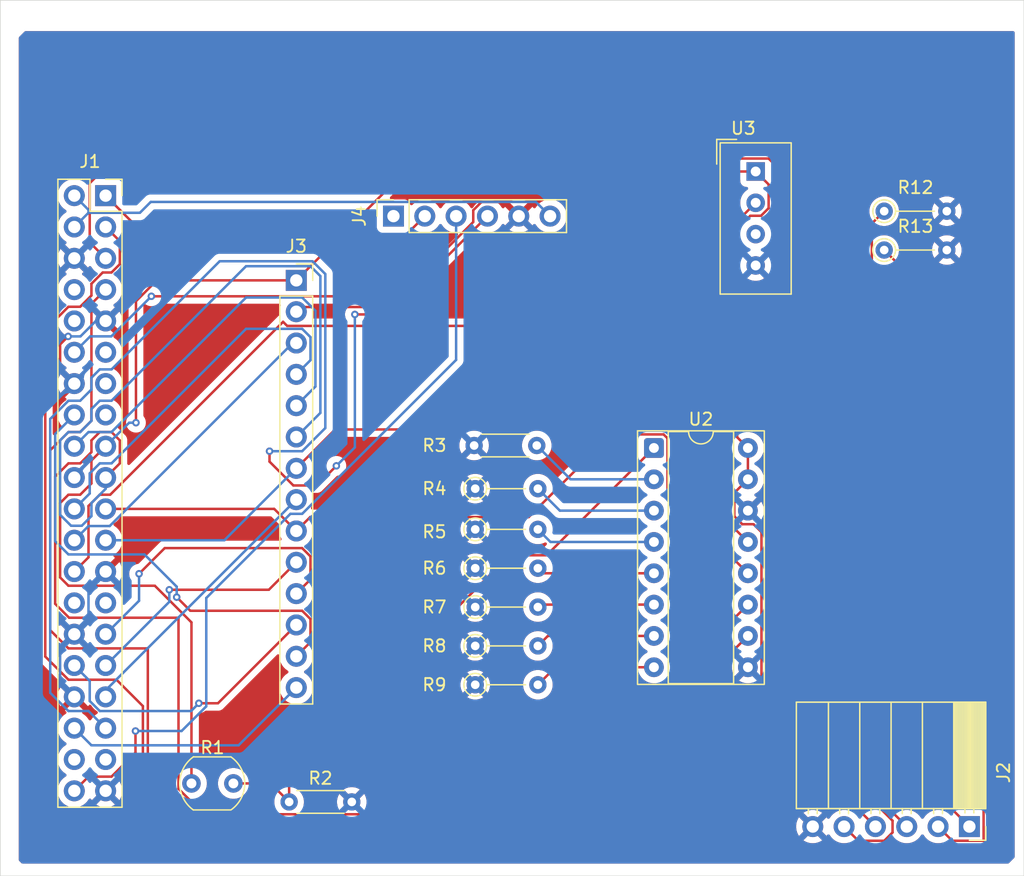
<source format=kicad_pcb>
(kicad_pcb (version 20241229) (generator "pcbnew") (generator_version "9.0")
  (layers (0 "F.Cu" signal) (2 "B.Cu" signal) (13 "F.Paste" user) (15 "B.Paste" user) (5 "F.SilkS" user "F.Silkscreen") (7 "B.SilkS" user "B.Silkscreen") (1 "F.Mask" user) (3 "B.Mask" user) (25 "Edge.Cuts" user))
  (net 0 "")
  (net 1 "GND")
  (net 2 "Net-(J1-SCLK0{slash}GPIO11)")
  (net 3 "Net-(J1-GCLK0{slash}GPIO4)")
  (net 7 "Net-(J1-PWM0{slash}GPIO12)")
  (net 8 "Net-(J1-GPIO16)")
  (net 9 "+5V")
  (net 10 "Net-(J1-GPIO24)")
  (net 11 "+3.3V")
  (net 12 "Net-(J1-~{CE0}{slash}GPIO8)")
  (net 13 "Net-(J1-GPIO18{slash}PWM0)")
  (net 16 "Net-(J1-GCLK1{slash}GPIO5)")
  (net 17 "Net-(J1-MISO0{slash}GPIO9)")
  (net 18 "Net-(J1-SCL{slash}GPIO3)")
  (net 19 "Net-(J1-GPIO23)")
  (net 22 "Net-(J1-GPIO21{slash}SCLK1)")
  (net 23 "Net-(J1-GPIO19{slash}MISO1)")
  (net 24 "Net-(J1-GCLK2{slash}GPIO6)")
  (net 25 "Net-(J1-PWM1{slash}GPIO13)")
  (net 26 "Net-(J1-GPIO25)")
  (net 28 "Net-(J1-MOSI0{slash}GPIO10)")
  (net 30 "Net-(J1-SDA{slash}GPIO2)")
  (net 31 "Net-(U2-CH0)")
  (net 32 "Net-(U2-CH1)")
  (net 33 "Net-(U2-CH2)")
  (net 34 "Net-(U2-CH3)")
  (net 35 "Net-(U2-CH4)")
  (net 36 "Net-(U2-CH5)")
  (net 37 "Net-(U2-CH6)")
  (net 38 "Net-(U2-CH7)")
  (net 39 "Net-(J1-~{CE1}{slash}GPIO7)")
  (net 42 "Net-(J2-SQW)")
  (net 43 "Net-(J2-32K)")
  (footprint "Connector_PinSocket_2.54mm:PinSocket_1x14_P2.54mm_Vertical" (layer "F.Cu") (at 62.5 88.71)
    (property "Reference" "J3" (at 0 -2.77 0) (layer "F.SilkS"))
    (property "Value" "ILI9488 SPI TFT touchscreen")
    (pad "1" thru_hole rect (at 0 0) (size 1.7 1.7) (drill 1) (layers "*.Cu" "*.Mask") (net 11 "+3.3V"))
    (pad "2" thru_hole circle (at 0 2.54) (size 1.7 1.7) (drill 1) (layers "*.Cu" "*.Mask") (net 1 "GND"))
    (pad "3" thru_hole circle (at 0 5.08) (size 1.7 1.7) (drill 1) (layers "*.Cu" "*.Mask") (net 12 "Net-(J1-~{CE0}{slash}GPIO8)"))
    (pad "4" thru_hole circle (at 0 7.62) (size 1.7 1.7) (drill 1) (layers "*.Cu" "*.Mask") (net 26 "Net-(J1-GPIO25)"))
    (pad "5" thru_hole circle (at 0 10.16) (size 1.7 1.7) (drill 1) (layers "*.Cu" "*.Mask") (net 10 "Net-(J1-GPIO24)"))
    (pad "6" thru_hole circle (at 0 12.7) (size 1.7 1.7) (drill 1) (layers "*.Cu" "*.Mask") (net 28 "Net-(J1-MOSI0{slash}GPIO10)"))
    (pad "7" thru_hole circle (at 0 15.24) (size 1.7 1.7) (drill 1) (layers "*.Cu" "*.Mask") (net 2 "Net-(J1-SCLK0{slash}GPIO11)"))
    (pad "8" thru_hole circle (at 0 17.78) (size 1.7 1.7) (drill 1) (layers "*.Cu" "*.Mask") (net 25 "Net-(J1-PWM1{slash}GPIO13)"))
    (pad "9" thru_hole circle (at 0 20.32) (size 1.7 1.7) (drill 1) (layers "*.Cu" "*.Mask") (net 17 "Net-(J1-MISO0{slash}GPIO9)"))
    (pad "10" thru_hole circle (at 0 22.86) (size 1.7 1.7) (drill 1) (layers "*.Cu" "*.Mask") (net 24 "Net-(J1-GCLK2{slash}GPIO6)"))
    (pad "11" thru_hole circle (at 0 25.4) (size 1.7 1.7) (drill 1) (layers "*.Cu" "*.Mask") (net 16 "Net-(J1-GCLK1{slash}GPIO5)"))
    (pad "12" thru_hole circle (at 0 27.94) (size 1.7 1.7) (drill 1) (layers "*.Cu" "*.Mask") (net 7 "Net-(J1-PWM0{slash}GPIO12)"))
    (pad "13" thru_hole circle (at 0 30.48) (size 1.7 1.7) (drill 1) (layers "*.Cu" "*.Mask") (net 19 "Net-(J1-GPIO23)"))
    (pad "14" thru_hole circle (at 0 33.02) (size 1.7 1.7) (drill 1) (layers "*.Cu" "*.Mask") (net 8 "Net-(J1-GPIO16)"))
  )
  (footprint "Resistor_THT:R_Axial_DIN0204_L3.6mm_D1.6mm_P5.08mm_Vertical" (layer "F.Cu") (at 77.01 121.5)
    (property "Reference" "R9" (at -3.31 0 0) (layer "F.SilkS"))
    (property "Value" "4.7kΩ")
    (pad "1" thru_hole circle (at 0 0) (size 1.4 1.4) (drill 0.7) (layers "*.Cu" "*.Mask") (net 1 "GND"))
    (pad "2" thru_hole circle (at 5.08 0) (size 1.4 1.4) (drill 0.7) (layers "*.Cu" "*.Mask") (net 38 "Net-(U2-CH7)"))
  )
  (footprint "Connector_PinSocket_2.54mm:PinSocket_1x06_P2.54mm_Horizontal" (layer "F.Cu") (at 117.08 133 -90)
    (property "Reference" "J2" (at -4.38 -2.77 270) (layer "F.SilkS"))
    (property "Value" "DS3231 RTC module")
    (pad "1" thru_hole rect (at 0 0 270) (size 1.7 1.7) (drill 1) (layers "*.Cu" "*.Mask") (net 43 "Net-(J2-32K)"))
    (pad "2" thru_hole circle (at 0 2.54 270) (size 1.7 1.7) (drill 1) (layers "*.Cu" "*.Mask") (net 42 "Net-(J2-SQW)"))
    (pad "3" thru_hole circle (at 0 5.08 270) (size 1.7 1.7) (drill 1) (layers "*.Cu" "*.Mask") (net 18 "Net-(J1-SCL{slash}GPIO3)"))
    (pad "4" thru_hole circle (at 0 7.62 270) (size 1.7 1.7) (drill 1) (layers "*.Cu" "*.Mask") (net 30 "Net-(J1-SDA{slash}GPIO2)"))
    (pad "5" thru_hole circle (at 0 10.16 270) (size 1.7 1.7) (drill 1) (layers "*.Cu" "*.Mask") (net 11 "+3.3V"))
    (pad "6" thru_hole circle (at 0 12.7 270) (size 1.7 1.7) (drill 1) (layers "*.Cu" "*.Mask") (net 1 "GND"))
  )
  (footprint "OptoDevice:R_LDR_5.1x4.3mm_P3.4mm_Vertical" (layer "F.Cu") (at 54 129.5)
    (property "Reference" "R1" (at 1.7 -2.9 0) (layer "F.SilkS"))
    (property "Value" "LDR07")
    (pad "1" thru_hole circle (at 0 0) (size 1.5 1.5) (drill 0.8) (layers "*.Cu" "*.Mask") (net 11 "+3.3V"))
    (pad "2" thru_hole circle (at 3.4 0) (size 1.5 1.5) (drill 0.8) (layers "*.Cu" "*.Mask") (net 31 "Net-(U2-CH0)"))
  )
  (footprint "Resistor_THT:R_Axial_DIN0204_L3.6mm_D1.6mm_P5.08mm_Vertical" (layer "F.Cu") (at 77.01 105.6)
    (property "Reference" "R4" (hide yes))
    (property "Value" "4.7kΩ")
    (fp_text user "R4" (at -3.31 0 0) (layer "F.SilkS"))
    (pad "1" thru_hole circle (at 0 0) (size 1.4 1.4) (drill 0.7) (layers "*.Cu" "*.Mask") (net 1 "GND"))
    (pad "2" thru_hole circle (at 5.08 0) (size 1.4 1.4) (drill 0.7) (layers "*.Cu" "*.Mask") (net 33 "Net-(U2-CH2)"))
  )
  (footprint "Package_DIP:DIP-16_W7.62mm_Socket" (layer "F.Cu") (at 91.5 102.3)
    (property "Reference" "U2" (at 3.81 -2.33 0) (layer "F.SilkS"))
    (property "Value" "MCP3008")
    (pad "1" thru_hole roundrect (at 0 0) (size 1.6 1.6) (drill 0.8) (layers "*.Cu" "*.Mask") (roundrect_rratio 0.15625) (net 31 "Net-(U2-CH0)"))
    (pad "2" thru_hole circle (at 0 2.54) (size 1.6 1.6) (drill 0.8) (layers "*.Cu" "*.Mask") (net 32 "Net-(U2-CH1)"))
    (pad "3" thru_hole circle (at 0 5.08) (size 1.6 1.6) (drill 0.8) (layers "*.Cu" "*.Mask") (net 33 "Net-(U2-CH2)"))
    (pad "4" thru_hole circle (at 0 7.62) (size 1.6 1.6) (drill 0.8) (layers "*.Cu" "*.Mask") (net 34 "Net-(U2-CH3)"))
    (pad "5" thru_hole circle (at 0 10.16) (size 1.6 1.6) (drill 0.8) (layers "*.Cu" "*.Mask") (net 35 "Net-(U2-CH4)"))
    (pad "6" thru_hole circle (at 0 12.7) (size 1.6 1.6) (drill 0.8) (layers "*.Cu" "*.Mask") (net 36 "Net-(U2-CH5)"))
    (pad "7" thru_hole circle (at 0 15.24) (size 1.6 1.6) (drill 0.8) (layers "*.Cu" "*.Mask") (net 37 "Net-(U2-CH6)"))
    (pad "8" thru_hole circle (at 0 17.78) (size 1.6 1.6) (drill 0.8) (layers "*.Cu" "*.Mask") (net 38 "Net-(U2-CH7)"))
    (pad "9" thru_hole circle (at 7.62 17.78) (size 1.6 1.6) (drill 0.8) (layers "*.Cu" "*.Mask") (net 1 "GND"))
    (pad "10" thru_hole circle (at 7.62 15.24) (size 1.6 1.6) (drill 0.8) (layers "*.Cu" "*.Mask") (net 3 "Net-(J1-GCLK0{slash}GPIO4)"))
    (pad "11" thru_hole circle (at 7.62 12.7) (size 1.6 1.6) (drill 0.8) (layers "*.Cu" "*.Mask") (net 28 "Net-(J1-MOSI0{slash}GPIO10)"))
    (pad "12" thru_hole circle (at 7.62 10.16) (size 1.6 1.6) (drill 0.8) (layers "*.Cu" "*.Mask") (net 17 "Net-(J1-MISO0{slash}GPIO9)"))
    (pad "13" thru_hole circle (at 7.62 7.62) (size 1.6 1.6) (drill 0.8) (layers "*.Cu" "*.Mask") (net 2 "Net-(J1-SCLK0{slash}GPIO11)"))
    (pad "14" thru_hole circle (at 7.62 5.08) (size 1.6 1.6) (drill 0.8) (layers "*.Cu" "*.Mask") (net 1 "GND"))
    (pad "15" thru_hole circle (at 7.62 2.54) (size 1.6 1.6) (drill 0.8) (layers "*.Cu" "*.Mask") (net 11 "+3.3V"))
    (pad "16" thru_hole circle (at 7.62 0) (size 1.6 1.6) (drill 0.8) (layers "*.Cu" "*.Mask") (net 11 "+3.3V"))
  )
  (footprint "Connector_PinSocket_2.54mm:PinSocket_2x20_P2.54mm_Vertical" (layer "F.Cu") (at 47.04 81.84)
    (property "Reference" "J1" (at -1.27 -2.77 0) (layer "F.SilkS"))
    (property "Value" "Raspberry_Pi_2_3")
    (pad "1" thru_hole rect (at 0 0) (size 1.7 1.7) (drill 1) (layers "*.Cu" "*.Mask") (net 11 "+3.3V"))
    (pad "2" thru_hole circle (at -2.54 0) (size 1.7 1.7) (drill 1) (layers "*.Cu" "*.Mask") (net 9 "+5V"))
    (pad "3" thru_hole circle (at 0 2.54) (size 1.7 1.7) (drill 1) (layers "*.Cu" "*.Mask") (net 30 "Net-(J1-SDA{slash}GPIO2)"))
    (pad "4" thru_hole circle (at -2.54 2.54) (size 1.7 1.7) (drill 1) (layers "*.Cu" "*.Mask") (net 9 "+5V"))
    (pad "5" thru_hole circle (at 0 5.08) (size 1.7 1.7) (drill 1) (layers "*.Cu" "*.Mask") (net 18 "Net-(J1-SCL{slash}GPIO3)"))
    (pad "6" thru_hole circle (at -2.54 5.08) (size 1.7 1.7) (drill 1) (layers "*.Cu" "*.Mask") (net 1 "GND"))
    (pad "7" thru_hole circle (at 0 7.62) (size 1.7 1.7) (drill 1) (layers "*.Cu" "*.Mask") (net 3 "Net-(J1-GCLK0{slash}GPIO4)"))
    (pad "8" thru_hole circle (at -2.54 7.62) (size 1.7 1.7) (drill 1) (layers "*.Cu" "*.Mask"))
    (pad "9" thru_hole circle (at 0 10.16) (size 1.7 1.7) (drill 1) (layers "*.Cu" "*.Mask") (net 1 "GND"))
    (pad "10" thru_hole circle (at -2.54 10.16) (size 1.7 1.7) (drill 1) (layers "*.Cu" "*.Mask"))
    (pad "11" thru_hole circle (at 0 12.7) (size 1.7 1.7) (drill 1) (layers "*.Cu" "*.Mask"))
    (pad "12" thru_hole circle (at -2.54 12.7) (size 1.7 1.7) (drill 1) (layers "*.Cu" "*.Mask") (net 13 "Net-(J1-GPIO18{slash}PWM0)"))
    (pad "13" thru_hole circle (at 0 15.24) (size 1.7 1.7) (drill 1) (layers "*.Cu" "*.Mask"))
    (pad "14" thru_hole circle (at -2.54 15.24) (size 1.7 1.7) (drill 1) (layers "*.Cu" "*.Mask") (net 1 "GND"))
    (pad "15" thru_hole circle (at 0 17.78) (size 1.7 1.7) (drill 1) (layers "*.Cu" "*.Mask"))
    (pad "16" thru_hole circle (at -2.54 17.78) (size 1.7 1.7) (drill 1) (layers "*.Cu" "*.Mask") (net 19 "Net-(J1-GPIO23)"))
    (pad "17" thru_hole circle (at 0 20.32) (size 1.7 1.7) (drill 1) (layers "*.Cu" "*.Mask") (net 11 "+3.3V"))
    (pad "18" thru_hole circle (at -2.54 20.32) (size 1.7 1.7) (drill 1) (layers "*.Cu" "*.Mask") (net 10 "Net-(J1-GPIO24)"))
    (pad "19" thru_hole circle (at 0 22.86) (size 1.7 1.7) (drill 1) (layers "*.Cu" "*.Mask") (net 28 "Net-(J1-MOSI0{slash}GPIO10)"))
    (pad "20" thru_hole circle (at -2.54 22.86) (size 1.7 1.7) (drill 1) (layers "*.Cu" "*.Mask") (net 1 "GND"))
    (pad "21" thru_hole circle (at 0 25.4) (size 1.7 1.7) (drill 1) (layers "*.Cu" "*.Mask") (net 17 "Net-(J1-MISO0{slash}GPIO9)"))
    (pad "22" thru_hole circle (at -2.54 25.4) (size 1.7 1.7) (drill 1) (layers "*.Cu" "*.Mask") (net 26 "Net-(J1-GPIO25)"))
    (pad "23" thru_hole circle (at 0 27.94) (size 1.7 1.7) (drill 1) (layers "*.Cu" "*.Mask") (net 2 "Net-(J1-SCLK0{slash}GPIO11)"))
    (pad "24" thru_hole circle (at -2.54 27.94) (size 1.7 1.7) (drill 1) (layers "*.Cu" "*.Mask") (net 12 "Net-(J1-~{CE0}{slash}GPIO8)"))
    (pad "25" thru_hole circle (at 0 30.48) (size 1.7 1.7) (drill 1) (layers "*.Cu" "*.Mask") (net 1 "GND"))
    (pad "26" thru_hole circle (at -2.54 30.48) (size 1.7 1.7) (drill 1) (layers "*.Cu" "*.Mask") (net 39 "Net-(J1-~{CE1}{slash}GPIO7)"))
    (pad "27" thru_hole circle (at 0 33.02) (size 1.7 1.7) (drill 1) (layers "*.Cu" "*.Mask"))
    (pad "28" thru_hole circle (at -2.54 33.02) (size 1.7 1.7) (drill 1) (layers "*.Cu" "*.Mask"))
    (pad "29" thru_hole circle (at 0 35.56) (size 1.7 1.7) (drill 1) (layers "*.Cu" "*.Mask") (net 16 "Net-(J1-GCLK1{slash}GPIO5)"))
    (pad "30" thru_hole circle (at -2.54 35.56) (size 1.7 1.7) (drill 1) (layers "*.Cu" "*.Mask") (net 1 "GND"))
    (pad "31" thru_hole circle (at 0 38.1) (size 1.7 1.7) (drill 1) (layers "*.Cu" "*.Mask") (net 24 "Net-(J1-GCLK2{slash}GPIO6)"))
    (pad "32" thru_hole circle (at -2.54 38.1) (size 1.7 1.7) (drill 1) (layers "*.Cu" "*.Mask") (net 7 "Net-(J1-PWM0{slash}GPIO12)"))
    (pad "33" thru_hole circle (at 0 40.64) (size 1.7 1.7) (drill 1) (layers "*.Cu" "*.Mask") (net 25 "Net-(J1-PWM1{slash}GPIO13)"))
    (pad "34" thru_hole circle (at -2.54 40.64) (size 1.7 1.7) (drill 1) (layers "*.Cu" "*.Mask") (net 1 "GND"))
    (pad "35" thru_hole circle (at 0 43.18) (size 1.7 1.7) (drill 1) (layers "*.Cu" "*.Mask") (net 23 "Net-(J1-GPIO19{slash}MISO1)"))
    (pad "36" thru_hole circle (at -2.54 43.18) (size 1.7 1.7) (drill 1) (layers "*.Cu" "*.Mask") (net 8 "Net-(J1-GPIO16)"))
    (pad "37" thru_hole circle (at 0 45.72) (size 1.7 1.7) (drill 1) (layers "*.Cu" "*.Mask"))
    (pad "38" thru_hole circle (at -2.54 45.72) (size 1.7 1.7) (drill 1) (layers "*.Cu" "*.Mask"))
    (pad "39" thru_hole circle (at 0 48.26) (size 1.7 1.7) (drill 1) (layers "*.Cu" "*.Mask") (net 1 "GND"))
    (pad "40" thru_hole circle (at -2.54 48.26) (size 1.7 1.7) (drill 1) (layers "*.Cu" "*.Mask") (net 22 "Net-(J1-GPIO21{slash}SCLK1)"))
  )
  (footprint "Connector_PinSocket_2.54mm:PinSocket_1x06_P2.54mm_Vertical" (layer "F.Cu") (at 70.38 83.5 90)
    (property "Reference" "J4" (at 0 -2.77 90) (layer "F.SilkS"))
    (property "Value" "PCM5102A DAC (with headphone jack)")
    (pad "1" thru_hole rect (at 0 0 90) (size 1.7 1.7) (drill 1) (layers "*.Cu" "*.Mask"))
    (pad "2" thru_hole circle (at 0 2.54 90) (size 1.7 1.7) (drill 1) (layers "*.Cu" "*.Mask") (net 13 "Net-(J1-GPIO18{slash}PWM0)"))
    (pad "3" thru_hole circle (at 0 5.08 90) (size 1.7 1.7) (drill 1) (layers "*.Cu" "*.Mask") (net 22 "Net-(J1-GPIO21{slash}SCLK1)"))
    (pad "4" thru_hole circle (at 0 7.62 90) (size 1.7 1.7) (drill 1) (layers "*.Cu" "*.Mask") (net 23 "Net-(J1-GPIO19{slash}MISO1)"))
    (pad "5" thru_hole circle (at 0 10.16 90) (size 1.7 1.7) (drill 1) (layers "*.Cu" "*.Mask") (net 1 "GND"))
    (pad "6" thru_hole circle (at 0 12.7 90) (size 1.7 1.7) (drill 1) (layers "*.Cu" "*.Mask") (net 9 "+5V"))
  )
  (footprint "Resistor_THT:R_Axial_DIN0204_L3.6mm_D1.6mm_P5.08mm_Vertical" (layer "F.Cu") (at 77.01 112.05)
    (property "Reference" "R6" (at -3.31 0 0) (layer "F.SilkS"))
    (property "Value" "4.7kΩ")
    (pad "1" thru_hole circle (at 0 0) (size 1.4 1.4) (drill 0.7) (layers "*.Cu" "*.Mask") (net 1 "GND"))
    (pad "2" thru_hole circle (at 5.08 0) (size 1.4 1.4) (drill 0.7) (layers "*.Cu" "*.Mask") (net 35 "Net-(U2-CH4)"))
  )
  (footprint "Resistor_THT:R_Axial_DIN0204_L3.6mm_D1.6mm_P5.08mm_Vertical" (layer "F.Cu") (at 77.01 118.35)
    (property "Reference" "R8" (at -3.31 0 0) (layer "F.SilkS"))
    (property "Value" "4.7kΩ")
    (pad "1" thru_hole circle (at 0 0) (size 1.4 1.4) (drill 0.7) (layers "*.Cu" "*.Mask") (net 1 "GND"))
    (pad "2" thru_hole circle (at 5.08 0) (size 1.4 1.4) (drill 0.7) (layers "*.Cu" "*.Mask") (net 37 "Net-(U2-CH6)"))
  )
  (footprint "Resistor_THT:R_Axial_DIN0204_L3.6mm_D1.6mm_P5.08mm_Vertical" (layer "F.Cu") (at 77.01 108.9)
    (property "Reference" "R5" (at -3.31 0.2 0) (layer "F.SilkS"))
    (property "Value" "4.7kΩ")
    (pad "1" thru_hole circle (at 0 0) (size 1.4 1.4) (drill 0.7) (layers "*.Cu" "*.Mask") (net 1 "GND"))
    (pad "2" thru_hole circle (at 5.08 0) (size 1.4 1.4) (drill 0.7) (layers "*.Cu" "*.Mask") (net 34 "Net-(U2-CH3)"))
  )
  (footprint "Resistor_THT:R_Axial_DIN0204_L3.6mm_D1.6mm_P5.08mm_Horizontal" (layer "F.Cu") (at 76.92 102.1)
    (property "Reference" "R3" (at -3.22 0 0) (layer "F.SilkS"))
    (property "Value" "4.7kΩ")
    (pad "1" thru_hole circle (at 0 0) (size 1.4 1.4) (drill 0.7) (layers "*.Cu" "*.Mask") (net 1 "GND"))
    (pad "2" thru_hole circle (at 5.08 0) (size 1.4 1.4) (drill 0.7) (layers "*.Cu" "*.Mask") (net 32 "Net-(U2-CH1)"))
  )
  (footprint "Resistor_THT:R_Axial_DIN0204_L3.6mm_D1.6mm_P5.08mm_Vertical" (layer "F.Cu") (at 77.01 115.2)
    (property "Reference" "R7" (at -3.31 0 0) (layer "F.SilkS"))
    (property "Value" "4.7kΩ")
    (pad "1" thru_hole circle (at 0 0) (size 1.4 1.4) (drill 0.7) (layers "*.Cu" "*.Mask") (net 1 "GND"))
    (pad "2" thru_hole circle (at 5.08 0) (size 1.4 1.4) (drill 0.7) (layers "*.Cu" "*.Mask") (net 36 "Net-(U2-CH5)"))
  )
  (footprint "Sensor:Aosong_DHT11_5.5x12.0_P2.54mm" (layer "F.Cu") (at 99.75 79.88)
    (property "Reference" "U3" (at -1 -3.5 0) (layer "F.SilkS"))
    (property "Value" "DHT22")
    (pad "1" thru_hole rect (at 0 0) (size 1.5 1.5) (drill 0.8) (layers "*.Cu" "*.Mask") (net 11 "+3.3V"))
    (pad "2" thru_hole circle (at 0 2.54) (size 1.5 1.5) (drill 0.8) (layers "*.Cu" "*.Mask") (net 39 "Net-(J1-~{CE1}{slash}GPIO7)"))
    (pad "3" thru_hole circle (at 0 5.08) (size 1.5 1.5) (drill 0.8) (layers "*.Cu" "*.Mask"))
    (pad "4" thru_hole circle (at 0 7.62) (size 1.5 1.5) (drill 0.8) (layers "*.Cu" "*.Mask") (net 1 "GND"))
  )
  (footprint "Resistor_THT:R_Axial_DIN0204_L3.6mm_D1.6mm_P5.08mm_Horizontal" (layer "F.Cu") (at 61.92 131)
    (property "Reference" "R2" (at 2.54 -1.92 0) (layer "F.SilkS"))
    (property "Value" "10kΩ")
    (pad "1" thru_hole circle (at 0 0) (size 1.4 1.4) (drill 0.7) (layers "*.Cu" "*.Mask") (net 31 "Net-(U2-CH0)"))
    (pad "2" thru_hole circle (at 5.08 0) (size 1.4 1.4) (drill 0.7) (layers "*.Cu" "*.Mask") (net 1 "GND"))
  )
  (footprint "Resistor_THT:R_Axial_DIN0204_L3.6mm_D1.6mm_P5.08mm_Vertical" (layer "F.Cu") (at 110.17 83.1)
    (property "Reference" "R12" (at 2.54 -1.92 0) (layer "F.SilkS"))
    (property "Value" "4.7kΩ")
    (pad "1" thru_hole circle (at 0 0) (size 1.4 1.4) (drill 0.7) (layers "*.Cu" "*.Mask") (net 43 "Net-(J2-32K)"))
    (pad "2" thru_hole circle (at 5.08 0) (size 1.4 1.4) (drill 0.7) (layers "*.Cu" "*.Mask") (net 1 "GND"))
  )
  (footprint "Resistor_THT:R_Axial_DIN0204_L3.6mm_D1.6mm_P5.08mm_Vertical" (layer "F.Cu") (at 110.17 86.25)
    (property "Reference" "R13" (at 2.54 -1.92 0) (layer "F.SilkS"))
    (property "Value" "4.7kΩ")
    (pad "1" thru_hole circle (at 0 0) (size 1.4 1.4) (drill 0.7) (layers "*.Cu" "*.Mask") (net 42 "Net-(J2-SQW)"))
    (pad "2" thru_hole circle (at 5.08 0) (size 1.4 1.4) (drill 0.7) (layers "*.Cu" "*.Mask") (net 1 "GND"))
  )
  (gr_rect (start 38.5 66) (end 121.5 137) (stroke (width 0.05)) (fill no) (layer "Edge.Cuts"))
  (segment (start 69.95576 90.87) (end 76.849 83.97676) (width 0.2) (layer "F.Cu") (net 1))
  (segment (start 79.389 82.349) (end 80.54 83.5) (width 0.2) (layer "F.Cu") (net 1))
  (segment (start 76.849 83.97676) (end 76.849 83.02324) (width 0.2) (layer "F.Cu") (net 1))
  (segment (start 100.5 88.25) (end 100.5 106) (width 0.2) (layer "F.Cu") (net 1))
  (segment (start 43.349 95.929) (end 43.349 93.903068) (width 0.2) (layer "F.Cu") (net 1))
  (segment (start 62.5 91.25) (end 62.88 90.87) (width 0.2) (layer "F.Cu") (net 1))
  (segment (start 77.52324 82.349) (end 79.389 82.349) (width 0.2) (layer "F.Cu") (net 1))
  (segment (start 43.349 93.903068) (end 43.998622 93.253446) (width 0.2) (layer "F.Cu") (net 1))
  (segment (start 76.849 83.02324) (end 77.52324 82.349) (width 0.2) (layer "F.Cu") (net 1))
  (segment (start 99.75 87.5) (end 100.5 88.25) (width 0.2) (layer "F.Cu") (net 1))
  (segment (start 100.5 106) (end 99.12 107.38) (width 0.2) (layer "F.Cu") (net 1))
  (segment (start 62.88 90.87) (end 69.95576 90.87) (width 0.2) (layer "F.Cu") (net 1))
  (segment (start 44.5 97.08) (end 43.349 95.929) (width 0.2) (layer "F.Cu") (net 1))
  (via (at 43.998622 93.253446) (size 0.6) (drill 0.3) (layers "F.Cu" "B.Cu") (net 1))
  (segment (start 94.535735 87.535735) (end 94.57147 87.5) (width 0.2) (layer "B.Cu") (net 1))
  (segment (start 45.651 113.709) (end 47.04 112.32) (width 0.2) (layer "B.Cu") (net 1))
  (segment (start 44.5 117.4) (end 43.349 118.551) (width 0.2) (layer "B.Cu") (net 1))
  (segment (start 44.996554 93.253446) (end 46.25 92) (width 0.2) (layer "B.Cu") (net 1))
  (segment (start 43.349 118.551) (end 43.349 121.329) (width 0.2) (layer "B.Cu") (net 1))
  (segment (start 44.5 117.4) (end 45.651 116.249) (width 0.2) (layer "B.Cu") (net 1))
  (segment (start 45.651 116.249) (end 45.651 113.709) (width 0.2) (layer "B.Cu") (net 1))
  (segment (start 46.25 92) (end 47.04 92) (width 0.2) (layer "B.Cu") (net 1))
  (segment (start 43.349 121.329) (end 44.5 122.48) (width 0.2) (layer "B.Cu") (net 1))
  (segment (start 43.998622 93.253446) (end 44.996554 93.253446) (width 0.2) (layer "B.Cu") (net 1))
  (segment (start 93.002 103.802) (end 93.002 101.34874) (width 0.2) (layer "F.Cu") (net 2))
  (segment (start 92.45126 100.798) (end 65.652 100.798) (width 0.2) (layer "F.Cu") (net 2))
  (segment (start 65.652 100.798) (end 62.5 103.95) (width 0.2) (layer "F.Cu") (net 2))
  (segment (start 99.12 109.92) (end 93.002 103.802) (width 0.2) (layer "F.Cu") (net 2))
  (segment (start 93.002 101.34874) (end 92.45126 100.798) (width 0.2) (layer "F.Cu") (net 2))
  (segment (start 62.5 103.95) (end 56.67 109.78) (width 0.2) (layer "B.Cu") (net 2))
  (segment (start 56.67 109.78) (end 47.04 109.78) (width 0.2) (layer "B.Cu") (net 2))
  (segment (start 84.258 132.402) (end 54.848561 132.402) (width 0.2) (layer "F.Cu") (net 3))
  (segment (start 50.4619 118.551) (end 44.02324 118.551) (width 0.2) (layer "F.Cu") (net 3))
  (segment (start 50.4619 128.015339) (end 50.4619 118.551) (width 0.2) (layer "F.Cu") (net 3))
  (segment (start 99.12 117.54) (end 84.258 132.402) (width 0.2) (layer "F.Cu") (net 3))
  (segment (start 54.848561 132.402) (end 50.4619 128.015339) (width 0.2) (layer "F.Cu") (net 3))
  (segment (start 45.889 100.09676) (end 45.889 90.611) (width 0.2) (layer "F.Cu") (net 3))
  (segment (start 44.97676 101.009) (end 45.889 100.09676) (width 0.2) (layer "F.Cu") (net 3))
  (segment (start 42.547 117.07476) (end 42.547 102.48524) (width 0.2) (layer "F.Cu") (net 3))
  (segment (start 45.889 90.611) (end 47.04 89.46) (width 0.2) (layer "F.Cu") (net 3))
  (segment (start 42.547 102.48524) (end 44.02324 101.009) (width 0.2) (layer "F.Cu") (net 3))
  (segment (start 44.02324 118.551) (end 42.547 117.07476) (width 0.2) (layer "F.Cu") (net 3))
  (segment (start 44.02324 101.009) (end 44.97676 101.009) (width 0.2) (layer "F.Cu") (net 3))
  (segment (start 62.5 116.65) (end 56.15 123) (width 0.2) (layer "F.Cu") (net 7))
  (segment (start 56.15 123) (end 54.6 123) (width 0.2) (layer "F.Cu") (net 7))
  (via (at 54.6 123) (size 0.6) (drill 0.3) (layers "F.Cu" "B.Cu") (net 7))
  (segment (start 54.6 123) (end 53.969 123.631) (width 0.2) (layer "B.Cu") (net 7))
  (segment (start 53.969 123.631) (end 46.56324 123.631) (width 0.2) (layer "B.Cu") (net 7))
  (segment (start 46.56324 123.631) (end 45.75 122.81776) (width 0.2) (layer "B.Cu") (net 7))
  (segment (start 45.75 121.19) (end 44.5 119.94) (width 0.2) (layer "B.Cu") (net 7))
  (segment (start 45.75 122.81776) (end 45.75 121.19) (width 0.2) (layer "B.Cu") (net 7))
  (segment (start 45.889 126.409) (end 44.5 125.02) (width 0.2) (layer "B.Cu") (net 8))
  (segment (start 57.821 126.409) (end 45.889 126.409) (width 0.2) (layer "B.Cu") (net 8))
  (segment (start 62.5 121.73) (end 57.821 126.409) (width 0.2) (layer "B.Cu") (net 8))
  (segment (start 45.651 83.229) (end 44.5 84.38) (width 0.2) (layer "B.Cu") (net 9))
  (segment (start 81.929 82.349) (end 50.69876 82.349) (width 0.2) (layer "B.Cu") (net 9))
  (segment (start 44.5 81.84) (end 45.651 82.991) (width 0.2) (layer "B.Cu") (net 9))
  (segment (start 50.69876 82.349) (end 49.81876 83.229) (width 0.2) (layer "B.Cu") (net 9))
  (segment (start 45.651 82.991) (end 45.651 83.229) (width 0.2) (layer "B.Cu") (net 9))
  (segment (start 49.81876 83.229) (end 45.651 83.229) (width 0.2) (layer "B.Cu") (net 9))
  (segment (start 83.08 83.5) (end 81.929 82.349) (width 0.2) (layer "B.Cu") (net 9))
  (segment (start 45.651 101.009) (end 44.5 102.16) (width 0.2) (layer "B.Cu") (net 10))
  (segment (start 64.052 91.17424) (end 62.97676 90.099) (width 0.2) (layer "B.Cu") (net 10))
  (segment (start 47.51676 101.009) (end 45.651 101.009) (width 0.2) (layer "B.Cu") (net 10))
  (segment (start 62.5 98.87) (end 64.052 97.318) (width 0.2) (layer "B.Cu") (net 10))
  (segment (start 58.42676 90.099) (end 47.51676 101.009) (width 0.2) (layer "B.Cu") (net 10))
  (segment (start 64.052 97.318) (end 64.052 91.17424) (width 0.2) (layer "B.Cu") (net 10))
  (segment (start 62.97676 90.099) (end 58.42676 90.099) (width 0.2) (layer "B.Cu") (net 10))
  (segment (start 44.02324 106.089) (end 44.97676 106.089) (width 0.2) (layer "F.Cu") (net 11))
  (segment (start 98.019 105.941) (end 99.12 104.84) (width 0.2) (layer "F.Cu") (net 11))
  (segment (start 54 116.442) (end 51.029 113.471) (width 0.2) (layer "F.Cu") (net 11))
  (segment (start 98.25 84.535661) (end 99.314661 83.471) (width 0.2) (layer "F.Cu") (net 11))
  (segment (start 54 129.5) (end 54 116.442) (width 0.2) (layer "F.Cu") (net 11))
  (segment (start 110.849 133.47676) (end 110.849 132.52324) (width 0.2) (layer "F.Cu") (net 11))
  (segment (start 51.190057 88.71) (end 49.5 90.400057) (width 0.2) (layer "F.Cu") (net 11))
  (segment (start 51.190057 85.990057) (end 51.190057 88.71) (width 0.2) (layer "F.Cu") (net 11))
  (segment (start 100.185339 83.471) (end 100.801 82.855339) (width 0.2) (layer "F.Cu") (net 11))
  (segment (start 108.071 134.151) (end 110.17476 134.151) (width 0.2) (layer "F.Cu") (net 11))
  (segment (start 110.17476 134.151) (end 110.849 133.47676) (width 0.2) (layer "F.Cu") (net 11))
  (segment (start 110.849 132.52324) (end 100.221 121.89524) (width 0.2) (layer "F.Cu") (net 11))
  (segment (start 44.02324 113.471) (end 43.349 112.79676) (width 0.2) (layer "F.Cu") (net 11))
  (segment (start 98.66395 108.481) (end 98.019 107.83605) (width 0.2) (layer "F.Cu") (net 11))
  (segment (start 43.349 106.76324) (end 44.02324 106.089) (width 0.2) (layer "F.Cu") (net 11))
  (segment (start 106.92 133) (end 108.071 134.151) (width 0.2) (layer "F.Cu") (net 11))
  (segment (start 49.5 90.400057) (end 49.5 100.25) (width 0.2) (layer "F.Cu") (net 11))
  (segment (start 99.12 102.3) (end 98.25 101.43) (width 0.2) (layer "F.Cu") (net 11))
  (segment (start 98.25 101.43) (end 98.25 84.535661) (width 0.2) (layer "F.Cu") (net 11))
  (segment (start 100.221 109.12595) (end 99.57605 108.481) (width 0.2) (layer "F.Cu") (net 11))
  (segment (start 51.029 113.471) (end 44.02324 113.471) (width 0.2) (layer "F.Cu") (net 11))
  (segment (start 99.75 79.88) (end 71.33 79.88) (width 0.2) (layer "F.Cu") (net 11))
  (segment (start 100.801 82.855339) (end 100.801 80.931) (width 0.2) (layer "F.Cu") (net 11))
  (segment (start 98.019 107.83605) (end 98.019 105.941) (width 0.2) (layer "F.Cu") (net 11))
  (segment (start 99.314661 83.471) (end 100.185339 83.471) (width 0.2) (layer "F.Cu") (net 11))
  (segment (start 100.801 80.931) (end 99.75 79.88) (width 0.2) (layer "F.Cu") (net 11))
  (segment (start 71.33 79.88) (end 62.5 88.71) (width 0.2) (layer "F.Cu") (net 11))
  (segment (start 45.889 103.311) (end 47.04 102.16) (width 0.2) (layer "F.Cu") (net 11))
  (segment (start 43.349 112.79676) (end 43.349 106.76324) (width 0.2) (layer "F.Cu") (net 11))
  (segment (start 44.97676 106.089) (end 45.889 105.17676) (width 0.2) (layer "F.Cu") (net 11))
  (segment (start 99.57605 108.481) (end 98.66395 108.481) (width 0.2) (layer "F.Cu") (net 11))
  (segment (start 100.221 121.89524) (end 100.221 109.12595) (width 0.2) (layer "F.Cu") (net 11))
  (segment (start 47.04 81.84) (end 51.190057 85.990057) (width 0.2) (layer "F.Cu") (net 11))
  (segment (start 45.889 105.17676) (end 45.889 103.311) (width 0.2) (layer "F.Cu") (net 11))
  (segment (start 62.5 88.71) (end 51.190057 88.71) (width 0.2) (layer "F.Cu") (net 11))
  (segment (start 99.12 104.84) (end 99.12 102.3) (width 0.2) (layer "F.Cu") (net 11))
  (via (at 49.5 100.25) (size 0.6) (drill 0.3) (layers "F.Cu" "B.Cu") (net 11))
  (segment (start 49.5 100.25) (end 48.95 100.25) (width 0.2) (layer "B.Cu") (net 11))
  (segment (start 48.95 100.25) (end 47.04 102.16) (width 0.2) (layer "B.Cu") (net 11))
  (segment (start 47.371 108.629) (end 45.651 108.629) (width 0.2) (layer "B.Cu") (net 12))
  (segment (start 62.21 93.79) (end 47.371 108.629) (width 0.2) (layer "B.Cu") (net 12))
  (segment (start 62.5 93.79) (end 62.21 93.79) (width 0.2) (layer "B.Cu") (net 12))
  (segment (start 45.651 108.629) (end 44.5 109.78) (width 0.2) (layer "B.Cu") (net 12))
  (segment (start 66.42 90) (end 50.75 90) (width 0.2) (layer "F.Cu") (net 13))
  (segment (start 72.92 83.5) (end 66.42 90) (width 0.2) (layer "F.Cu") (net 13))
  (segment (start 50.75 90) (end 50.66776 90) (width 0.2) (layer "F.Cu") (net 13))
  (via (at 50.75 90) (size 0.6) (drill 0.3) (layers "F.Cu" "B.Cu") (net 13))
  (segment (start 50.75 90) (end 47.5 93.25) (width 0.2) (layer "B.Cu") (net 13))
  (segment (start 47.5 93.25) (end 45.79 93.25) (width 0.2) (layer "B.Cu") (net 13))
  (segment (start 45.79 93.25) (end 44.5 94.54) (width 0.2) (layer "B.Cu") (net 13))
  (segment (start 63.651 111.09324) (end 62.97676 110.419) (width 0.2) (layer "F.Cu") (net 16))
  (segment (start 62.97676 110.419) (end 51.831 110.419) (width 0.2) (layer "F.Cu") (net 16))
  (segment (start 51.831 110.419) (end 49.75 112.5) (width 0.2) (layer "F.Cu") (net 16))
  (segment (start 62.5 114.11) (end 63.651 112.959) (width 0.2) (layer "F.Cu") (net 16))
  (segment (start 63.651 112.959) (end 63.651 111.09324) (width 0.2) (layer "F.Cu") (net 16))
  (via (at 49.75 112.5) (size 0.6) (drill 0.3) (layers "F.Cu" "B.Cu") (net 16))
  (segment (start 49.75 114.69) (end 47.04 117.4) (width 0.2) (layer "B.Cu") (net 16))
  (segment (start 49.75 112.5) (end 49.75 114.69) (width 0.2) (layer "B.Cu") (net 16))
  (segment (start 92.601 101.51484) (end 92.28516 101.199) (width 0.2) (layer "F.Cu") (net 17))
  (segment (start 88.051 101.199) (end 81.351 107.899) (width 0.2) (layer "F.Cu") (net 17))
  (segment (start 63.631 107.899) (end 62.5 109.03) (width 0.2) (layer "F.Cu") (net 17))
  (segment (start 47.349 107.549) (end 47.04 107.24) (width 0.2) (layer "F.Cu") (net 17))
  (segment (start 99.12 112.46) (end 92.601 105.941) (width 0.2) (layer "F.Cu") (net 17))
  (segment (start 92.601 105.941) (end 92.601 101.51484) (width 0.2) (layer "F.Cu") (net 17))
  (segment (start 60.71 107.24) (end 47.04 107.24) (width 0.2) (layer "F.Cu") (net 17))
  (segment (start 92.28516 101.199) (end 88.051 101.199) (width 0.2) (layer "F.Cu") (net 17))
  (segment (start 81.351 107.899) (end 63.631 107.899) (width 0.2) (layer "F.Cu") (net 17))
  (segment (start 62.5 109.03) (end 60.71 107.24) (width 0.2) (layer "F.Cu") (net 17))
  (segment (start 45.75 85.63) (end 47.04 86.92) (width 0.2) (layer "F.Cu") (net 18))
  (segment (start 112 133) (end 101.202 122.202) (width 0.2) (layer "F.Cu") (net 18))
  (segment (start 101.202 122.202) (end 101.202 79.23) (width 0.2) (layer "F.Cu") (net 18))
  (segment (start 101.202 79.23) (end 100.801 78.829) (width 0.2) (layer "F.Cu") (net 18))
  (segment (start 100.801 78.829) (end 47.749 78.829) (width 0.2) (layer "F.Cu") (net 18))
  (segment (start 45.75 80.828) (end 45.75 85.63) (width 0.2) (layer "F.Cu") (net 18))
  (segment (start 47.749 78.829) (end 45.75 80.828) (width 0.2) (layer "F.Cu") (net 18))
  (segment (start 53.90553 115.499) (end 52.803265 114.396735) (width 0.2) (layer "F.Cu") (net 19))
  (segment (start 62.5 119.19) (end 63.651 118.039) (width 0.2) (layer "F.Cu") (net 19))
  (segment (start 62.97676 115.499) (end 53.90553 115.499) (width 0.2) (layer "F.Cu") (net 19))
  (segment (start 63.651 118.039) (end 63.651 116.17324) (width 0.2) (layer "F.Cu") (net 19))
  (segment (start 63.651 116.17324) (end 62.97676 115.499) (width 0.2) (layer "F.Cu") (net 19))
  (via (at 52.803265 114.396735) (size 0.6) (drill 0.3) (layers "F.Cu" "B.Cu") (net 19))
  (segment (start 42.948 101.172) (end 44.5 99.62) (width 0.2) (layer "B.Cu") (net 19))
  (segment (start 52.803265 113.546792) (end 50.187473 110.931) (width 0.2) (layer "B.Cu") (net 19))
  (segment (start 44.02324 110.931) (end 42.948 109.85576) (width 0.2) (layer "B.Cu") (net 19))
  (segment (start 52.803265 114.396735) (end 52.803265 113.546792) (width 0.2) (layer "B.Cu") (net 19))
  (segment (start 42.948 109.85576) (end 42.948 101.172) (width 0.2) (layer "B.Cu") (net 19))
  (segment (start 50.187473 110.931) (end 44.02324 110.931) (width 0.2) (layer "B.Cu") (net 19))
  (segment (start 49.4609 127.00486) (end 47.51676 128.949) (width 0.2) (layer "F.Cu") (net 22))
  (segment (start 47.51676 128.949) (end 45.651 128.949) (width 0.2) (layer "F.Cu") (net 22))
  (segment (start 45.651 128.949) (end 44.5 130.1) (width 0.2) (layer "F.Cu") (net 22))
  (segment (start 49.4609 125.25) (end 49.4609 127.00486) (width 0.2) (layer "F.Cu") (net 22))
  (via (at 49.4609 125.25) (size 0.6) (drill 0.3) (layers "F.Cu" "B.Cu") (net 22))
  (segment (start 55.201 123.248943) (end 53.199943 125.25) (width 0.2) (layer "B.Cu") (net 22))
  (segment (start 55.201 114.46324) (end 55.201 123.248943) (width 0.2) (layer "B.Cu") (net 22))
  (segment (start 62.97676 107.641) (end 62.02324 107.641) (width 0.2) (layer "B.Cu") (net 22))
  (segment (start 75.46 83.5) (end 75.46 95.15776) (width 0.2) (layer "B.Cu") (net 22))
  (segment (start 62.02324 107.641) (end 55.201 114.46324) (width 0.2) (layer "B.Cu") (net 22))
  (segment (start 75.46 95.15776) (end 62.97676 107.641) (width 0.2) (layer "B.Cu") (net 22))
  (segment (start 53.199943 125.25) (end 49.4609 125.25) (width 0.2) (layer "B.Cu") (net 22))
  (segment (start 78 83.5) (end 70.029 91.471) (width 0.2) (layer "F.Cu") (net 23))
  (segment (start 62.26124 105.339) (end 60.329 103.40676) (width 0.2) (layer "F.Cu") (net 23))
  (segment (start 65.75 103.75) (end 64.161 105.339) (width 0.2) (layer "F.Cu") (net 23))
  (segment (start 64.161 105.339) (end 62.26124 105.339) (width 0.2) (layer "F.Cu") (net 23))
  (segment (start 60.329 103.40676) (end 60.329 102.561) (width 0.2) (layer "F.Cu") (net 23))
  (segment (start 70.029 91.471) (end 67.25 91.471) (width 0.2) (layer "F.Cu") (net 23))
  (via (at 67.25 91.471) (size 0.6) (drill 0.3) (layers "F.Cu" "B.Cu") (net 23))
  (via (at 60.329 102.561) (size 0.6) (drill 0.3) (layers "F.Cu" "B.Cu") (net 23))
  (via (at 65.75 103.75) (size 0.6) (drill 0.3) (layers "F.Cu" "B.Cu") (net 23))
  (segment (start 42.547 122.15476) (end 44.02324 123.631) (width 0.2) (layer "B.Cu") (net 23))
  (segment (start 45.651 123.631) (end 47.04 125.02) (width 0.2) (layer "B.Cu") (net 23))
  (segment (start 67.25 102.25) (end 65.75 103.75) (width 0.2) (layer "B.Cu") (net 23))
  (segment (start 45.889 96.60324) (end 45.889 97.55676) (width 0.2) (layer "B.Cu") (net 23))
  (segment (start 64.854 88.1949) (end 63.8171 87.158) (width 0.2) (layer "B.Cu") (net 23))
  (segment (start 63.8171 87.158) (end 56.28776 87.158) (width 0.2) (layer "B.Cu") (net 23))
  (segment (start 45.889 97.55676) (end 44.97676 98.469) (width 0.2) (layer "B.Cu") (net 23))
  (segment (start 46.56324 95.929) (end 45.889 96.60324) (width 0.2) (layer "B.Cu") (net 23))
  (segment (start 62.97676 102.561) (end 64.854 100.68376) (width 0.2) (layer "B.Cu") (net 23))
  (segment (start 47.51676 95.929) (end 46.56324 95.929) (width 0.2) (layer "B.Cu") (net 23))
  (segment (start 60.329 102.561) (end 62.97676 102.561) (width 0.2) (layer "B.Cu") (net 23))
  (segment (start 44.02324 98.469) (end 42.547 99.94524) (width 0.2) (layer "B.Cu") (net 23))
  (segment (start 56.28776 87.158) (end 47.51676 95.929) (width 0.2) (layer "B.Cu") (net 23))
  (segment (start 67.25 91.471) (end 67.25 102.25) (width 0.2) (layer "B.Cu") (net 23))
  (segment (start 64.854 100.68376) (end 64.854 88.1949) (width 0.2) (layer "B.Cu") (net 23))
  (segment (start 44.02324 123.631) (end 45.651 123.631) (width 0.2) (layer "B.Cu") (net 23))
  (segment (start 42.547 99.94524) (end 42.547 122.15476) (width 0.2) (layer "B.Cu") (net 23))
  (segment (start 44.97676 98.469) (end 44.02324 98.469) (width 0.2) (layer "B.Cu") (net 23))
  (segment (start 62.5 111.57) (end 60.273265 113.796735) (width 0.2) (layer "F.Cu") (net 24))
  (segment (start 60.273265 113.796735) (end 52.203265 113.796735) (width 0.2) (layer "F.Cu") (net 24))
  (via (at 52.203265 113.796735) (size 0.6) (drill 0.3) (layers "F.Cu" "B.Cu") (net 24))
  (segment (start 52.203265 113.796735) (end 52.203265 114.776735) (width 0.2) (layer "B.Cu") (net 24))
  (segment (start 52.203265 114.776735) (end 47.04 119.94) (width 0.2) (layer "B.Cu") (net 24))
  (segment (start 47.04 121.95) (end 47.04 122.48) (width 0.2) (layer "B.Cu") (net 25))
  (segment (start 62.5 106.49) (end 47.04 121.95) (width 0.2) (layer "B.Cu") (net 25))
  (segment (start 58.42676 92.639) (end 47.51676 103.549) (width 0.2) (layer "B.Cu") (net 26))
  (segment (start 63.651 95.179) (end 63.651 93.31324) (width 0.2) (layer "B.Cu") (net 26))
  (segment (start 63.651 93.31324) (end 62.97676 92.639) (width 0.2) (layer "B.Cu") (net 26))
  (segment (start 46.56324 103.549) (end 45.75 104.36224) (width 0.2) (layer "B.Cu") (net 26))
  (segment (start 47.51676 103.549) (end 46.56324 103.549) (width 0.2) (layer "B.Cu") (net 26))
  (segment (start 62.97676 92.639) (end 58.42676 92.639) (width 0.2) (layer "B.Cu") (net 26))
  (segment (start 45.75 105.99) (end 44.5 107.24) (width 0.2) (layer "B.Cu") (net 26))
  (segment (start 62.5 96.33) (end 63.651 95.179) (width 0.2) (layer "B.Cu") (net 26))
  (segment (start 45.75 104.36224) (end 45.75 105.99) (width 0.2) (layer "B.Cu") (net 26))
  (segment (start 45.889 101.68324) (end 46.56324 101.009) (width 0.2) (layer "F.Cu") (net 28))
  (segment (start 46.56324 101.009) (end 47.51676 101.009) (width 0.2) (layer "F.Cu") (net 28))
  (segment (start 52.949 116.0639) (end 44.07614 116.0639) (width 0.2) (layer "F.Cu") (net 28))
  (segment (start 82.119 132.001) (end 55.014661 132.001) (width 0.2) (layer "F.Cu") (net 28))
  (segment (start 42.948 114.93576) (end 42.948 104.62424) (width 0.2) (layer "F.Cu") (net 28))
  (segment (start 48.191 101.68324) (end 48.191 103.549) (width 0.2) (layer "F.Cu") (net 28))
  (segment (start 47.51676 101.009) (end 48.191 101.68324) (width 0.2) (layer "F.Cu") (net 28))
  (segment (start 55.014661 132.001) (end 52.949 129.935339) (width 0.2) (layer "F.Cu") (net 28))
  (segment (start 42.948 104.62424) (end 44.02324 103.549) (width 0.2) (layer "F.Cu") (net 28))
  (segment (start 44.02324 103.549) (end 44.97676 103.549) (width 0.2) (layer "F.Cu") (net 28))
  (segment (start 45.889 102.63676) (end 45.889 101.68324) (width 0.2) (layer "F.Cu") (net 28))
  (segment (start 99.12 115) (end 82.119 132.001) (width 0.2) (layer "F.Cu") (net 28))
  (segment (start 48.191 103.549) (end 47.04 104.7) (width 0.2) (layer "F.Cu") (net 28))
  (segment (start 52.949 129.935339) (end 52.949 116.0639) (width 0.2) (layer "F.Cu") (net 28))
  (segment (start 44.97676 103.549) (end 45.889 102.63676) (width 0.2) (layer "F.Cu") (net 28))
  (segment (start 44.07614 116.0639) (end 42.948 114.93576) (width 0.2) (layer "F.Cu") (net 28))
  (segment (start 45.889 107.8239) (end 45.889 106.76324) (width 0.2) (layer "B.Cu") (net 28))
  (segment (start 64.453 99.457) (end 64.453 88.361) (width 0.2) (layer "B.Cu") (net 28))
  (segment (start 63.651 87.559) (end 58.42676 87.559) (width 0.2) (layer "B.Cu") (net 28))
  (segment (start 44.02324 101.009) (end 43.349 101.68324) (width 0.2) (layer "B.Cu") (net 28))
  (segment (start 47.51676 98.469) (end 46.56324 98.469) (width 0.2) (layer "B.Cu") (net 28))
  (segment (start 62.5 101.41) (end 64.453 99.457) (width 0.2) (layer "B.Cu") (net 28))
  (segment (start 58.42676 87.559) (end 47.51676 98.469) (width 0.2) (layer "B.Cu") (net 28))
  (segment (start 44.23869 108.60645) (end 45.10645 108.60645) (width 0.2) (layer "B.Cu") (net 28))
  (segment (start 47.04 105.61224) (end 47.04 104.7) (width 0.2) (layer "B.Cu") (net 28))
  (segment (start 45.10645 108.60645) (end 45.889 107.8239) (width 0.2) (layer "B.Cu") (net 28))
  (segment (start 43.349 101.68324) (end 43.349 107.71676) (width 0.2) (layer "B.Cu") (net 28))
  (segment (start 45.889 106.76324) (end 47.04 105.61224) (width 0.2) (layer "B.Cu") (net 28))
  (segment (start 46.56324 98.469) (end 45.889 99.14324) (width 0.2) (layer "B.Cu") (net 28))
  (segment (start 45.889 100.09676) (end 44.97676 101.009) (width 0.2) (layer "B.Cu") (net 28))
  (segment (start 45.889 99.14324) (end 45.889 100.09676) (width 0.2) (layer "B.Cu") (net 28))
  (segment (start 64.453 88.361) (end 63.651 87.559) (width 0.2) (layer "B.Cu") (net 28))
  (segment (start 44.97676 101.009) (end 44.02324 101.009) (width 0.2) (layer "B.Cu") (net 28))
  (segment (start 43.349 107.71676) (end 44.23869 108.60645) (width 0.2) (layer "B.Cu") (net 28))
  (segment (start 100.221 123.761) (end 91.179 132.803) (width 0.2) (layer "F.Cu") (net 30))
  (segment (start 42.146 119.21376) (end 42.146 92.72624) (width 0.2) (layer "F.Cu") (net 30))
  (segment (start 47.51676 88.071) (end 48.191 87.39676) (width 0.2) (layer "F.Cu") (net 30))
  (segment (start 50.0609 123.23) (end 47.9219 121.091) (width 0.2) (layer "F.Cu") (net 30))
  (segment (start 91.179 132.803) (end 54.682461 132.803) (width 0.2) (layer "F.Cu") (net 30))
  (segment (start 46.80124 88.071) (end 47.51676 88.071) (width 0.2) (layer "F.Cu") (net 30))
  (segment (start 47.9219 121.091) (end 44.02324 121.091) (width 0.2) (layer "F.Cu") (net 30))
  (segment (start 44.02324 121.091) (end 42.146 119.21376) (width 0.2) (layer "F.Cu") (net 30))
  (segment (start 44.02324 90.849) (end 44.97676 90.849) (width 0.2) (layer "F.Cu") (net 30))
  (segment (start 50.0609 128.181439) (end 50.0609 123.23) (width 0.2) (layer "F.Cu") (net 30))
  (segment (start 45.889 89.93676) (end 45.889 88.98324) (width 0.2) (layer "F.Cu") (net 30))
  (segment (start 45.889 88.98324) (end 46.80124 88.071) (width 0.2) (layer "F.Cu") (net 30))
  (segment (start 44.97676 90.849) (end 45.889 89.93676) (width 0.2) (layer "F.Cu") (net 30))
  (segment (start 109.46 133) (end 100.221 123.761) (width 0.2) (layer "F.Cu") (net 30))
  (segment (start 48.191 85.531) (end 47.04 84.38) (width 0.2) (layer "F.Cu") (net 30))
  (segment (start 42.146 92.72624) (end 44.02324 90.849) (width 0.2) (layer "F.Cu") (net 30))
  (segment (start 48.191 87.39676) (end 48.191 85.531) (width 0.2) (layer "F.Cu") (net 30))
  (segment (start 54.682461 132.803) (end 50.0609 128.181439) (width 0.2) (layer "F.Cu") (net 30))
  (segment (start 79.794372 111) (end 61.92 128.874372) (width 0.2) (layer "F.Cu") (net 31))
  (segment (start 57.4 129.5) (end 60.42 129.5) (width 0.2) (layer "F.Cu") (net 31))
  (segment (start 61.92 128.874372) (end 61.92 131) (width 0.2) (layer "F.Cu") (net 31))
  (segment (start 82.8 111) (end 79.794372 111) (width 0.2) (layer "F.Cu") (net 31))
  (segment (start 60.42 129.5) (end 61.92 131) (width 0.2) (layer "F.Cu") (net 31))
  (segment (start 91.5 102.3) (end 82.8 111) (width 0.2) (layer "F.Cu") (net 31))
  (segment (start 91.5 104.84) (end 84.74 104.84) (width 0.2) (layer "B.Cu") (net 32))
  (segment (start 84.74 104.84) (end 82 102.1) (width 0.2) (layer "B.Cu") (net 32))
  (segment (start 91.5 107.38) (end 83.87 107.38) (width 0.2) (layer "B.Cu") (net 33))
  (segment (start 83.87 107.38) (end 82.09 105.6) (width 0.2) (layer "B.Cu") (net 33))
  (segment (start 91.5 109.92) (end 83.11 109.92) (width 0.2) (layer "B.Cu") (net 34))
  (segment (start 83.11 109.92) (end 82.09 108.9) (width 0.2) (layer "B.Cu") (net 34))
  (segment (start 91.5 112.46) (end 82.5 112.46) (width 0.2) (layer "F.Cu") (net 35))
  (segment (start 82.5 112.46) (end 82.09 112.05) (width 0.2) (layer "F.Cu") (net 35))
  (segment (start 91.5 115) (end 82.29 115) (width 0.2) (layer "F.Cu") (net 36))
  (segment (start 82.29 115) (end 82.09 115.2) (width 0.2) (layer "F.Cu") (net 36))
  (segment (start 82.9 117.54) (end 82.09 118.35) (width 0.2) (layer "F.Cu") (net 37))
  (segment (start 91.5 117.54) (end 82.9 117.54) (width 0.2) (layer "F.Cu") (net 37))
  (segment (start 83.51 120.08) (end 82.09 121.5) (width 0.2) (layer "F.Cu") (net 38))
  (segment (start 91.5 120.08) (end 83.51 120.08) (width 0.2) (layer "F.Cu") (net 38))
  (segment (start 46.56324 106.089) (end 47.411 106.089) (width 0.2) (layer "F.Cu") (net 39))
  (segment (start 45.651 107.00124) (end 46.56324 106.089) (width 0.2) (layer "F.Cu") (net 39))
  (segment (start 45.651 111.169) (end 45.651 107.00124) (width 0.2) (layer "F.Cu") (net 39))
  (segment (start 47.411 106.089) (end 61.429 92.071) (width 0.2) (layer "F.Cu") (net 39))
  (segment (start 44.5 112.32) (end 45.651 111.169) (width 0.2) (layer "F.Cu") (net 39))
  (segment (start 61.759 92.401) (end 89.769 92.401) (width 0.2) (layer "F.Cu") (net 39))
  (segment (start 89.769 92.401) (end 99.75 82.42) (width 0.2) (layer "F.Cu") (net 39))
  (segment (start 61.429 92.071) (end 61.759 92.401) (width 0.2) (layer "F.Cu") (net 39))
  (segment (start 118.231 94.311) (end 110.17 86.25) (width 0.2) (layer "F.Cu") (net 42))
  (segment (start 114.54 133) (end 115.691 134.151) (width 0.2) (layer "F.Cu") (net 42))
  (segment (start 118.231 134.151) (end 118.231 94.311) (width 0.2) (layer "F.Cu") (net 42))
  (segment (start 115.691 134.151) (end 118.231 134.151) (width 0.2) (layer "F.Cu") (net 42))
  (segment (start 117.08 133) (end 109.169 125.089) (width 0.2) (layer "F.Cu") (net 43))
  (segment (start 109.169 125.089) (end 109.169 84.101) (width 0.2) (layer "F.Cu") (net 43))
  (segment (start 109.169 84.101) (end 110.17 83.1) (width 0.2) (layer "F.Cu") (net 43))
  (zone (net 1) (net_name "GND") (layers "F.Cu" "B.Cu") (connect_pads (clearance 0.5)) (min_thickness 0.25) (fill yes (thermal_gap 0.5) (thermal_bridge_width 0.5))
    (polygon (pts (xy 40.5 68.5) (xy 120.75 68.5) (xy 120.75 135.5) (xy 120.25 136) (xy 40.25 136) (xy 40 135.75) (xy 40 69)))
  )
)
</source>
